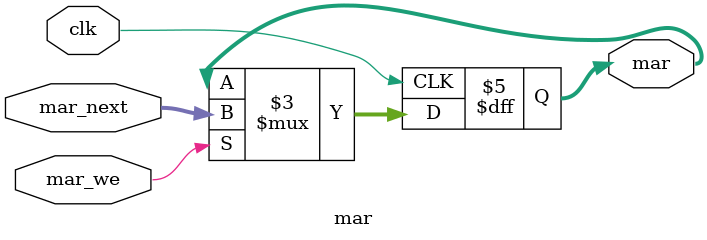
<source format=v>
module mar(clk, mar_we, mar_next, mar);
    input clk;
    input mar_we;
    input [31:0] mar_next;
    output reg [31:0] mar;
  always @(posedge clk) begin
    if (mar_we == 1) begin
      mar <= mar_next;
    end
  end
endmodule
</source>
